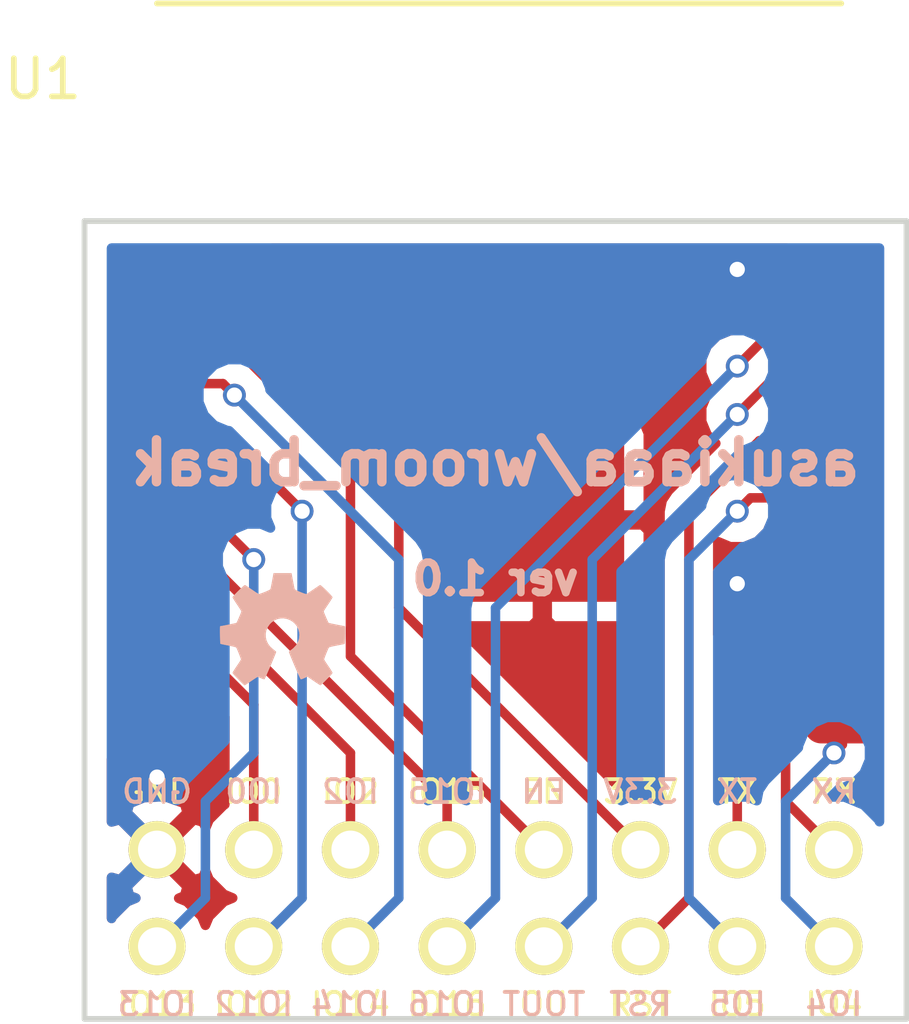
<source format=kicad_pcb>
(kicad_pcb (version 4) (host pcbnew 4.0.2+dfsg1-stable)

  (general
    (links 19)
    (no_connects 0)
    (area 146.609999 104.064999 168.350001 125.170001)
    (thickness 1.6)
    (drawings 38)
    (tracks 77)
    (zones 0)
    (modules 4)
    (nets 17)
  )

  (page A4)
  (layers
    (0 F.Cu signal)
    (31 B.Cu signal hide)
    (32 B.Adhes user)
    (33 F.Adhes user)
    (34 B.Paste user)
    (35 F.Paste user)
    (36 B.SilkS user)
    (37 F.SilkS user)
    (38 B.Mask user)
    (39 F.Mask user)
    (40 Dwgs.User user)
    (41 Cmts.User user)
    (42 Eco1.User user)
    (43 Eco2.User user)
    (44 Edge.Cuts user)
    (45 Margin user)
    (46 B.CrtYd user)
    (47 F.CrtYd user)
    (48 B.Fab user)
    (49 F.Fab user)
  )

  (setup
    (last_trace_width 0.25)
    (trace_clearance 0.2)
    (zone_clearance 0.508)
    (zone_45_only no)
    (trace_min 0.2)
    (segment_width 0.2)
    (edge_width 0.15)
    (via_size 0.6)
    (via_drill 0.4)
    (via_min_size 0.4)
    (via_min_drill 0.3)
    (uvia_size 0.3)
    (uvia_drill 0.1)
    (uvias_allowed no)
    (uvia_min_size 0.2)
    (uvia_min_drill 0.1)
    (pcb_text_width 0.3)
    (pcb_text_size 1.5 1.5)
    (mod_edge_width 0.15)
    (mod_text_size 1 1)
    (mod_text_width 0.15)
    (pad_size 1.524 1.524)
    (pad_drill 0.762)
    (pad_to_mask_clearance 0.2)
    (aux_axis_origin 0 0)
    (visible_elements FFFFFF7F)
    (pcbplotparams
      (layerselection 0x00030_80000001)
      (usegerberextensions false)
      (excludeedgelayer true)
      (linewidth 0.100000)
      (plotframeref false)
      (viasonmask false)
      (mode 1)
      (useauxorigin false)
      (hpglpennumber 1)
      (hpglpenspeed 20)
      (hpglpendiameter 15)
      (hpglpenoverlay 2)
      (psnegative false)
      (psa4output false)
      (plotreference true)
      (plotvalue true)
      (plotinvisibletext false)
      (padsonsilk false)
      (subtractmaskfromsilk false)
      (outputformat 1)
      (mirror false)
      (drillshape 1)
      (scaleselection 1)
      (outputdirectory ""))
  )

  (net 0 "")
  (net 1 "Net-(J1-Pad1)")
  (net 2 "Net-(J1-Pad2)")
  (net 3 "Net-(J1-Pad3)")
  (net 4 "Net-(J1-Pad4)")
  (net 5 "Net-(J1-Pad5)")
  (net 6 "Net-(J1-Pad6)")
  (net 7 "Net-(J2-Pad1)")
  (net 8 "Net-(J2-Pad2)")
  (net 9 "Net-(J2-Pad3)")
  (net 10 "Net-(J2-Pad4)")
  (net 11 "Net-(J2-Pad5)")
  (net 12 "Net-(J2-Pad6)")
  (net 13 "Net-(J1-Pad7)")
  (net 14 GND)
  (net 15 "Net-(J2-Pad7)")
  (net 16 "Net-(J2-Pad8)")

  (net_class Default "This is the default net class."
    (clearance 0.2)
    (trace_width 0.25)
    (via_dia 0.6)
    (via_drill 0.4)
    (uvia_dia 0.3)
    (uvia_drill 0.1)
    (add_net GND)
    (add_net "Net-(J1-Pad1)")
    (add_net "Net-(J1-Pad2)")
    (add_net "Net-(J1-Pad3)")
    (add_net "Net-(J1-Pad4)")
    (add_net "Net-(J1-Pad5)")
    (add_net "Net-(J1-Pad6)")
    (add_net "Net-(J1-Pad7)")
    (add_net "Net-(J2-Pad1)")
    (add_net "Net-(J2-Pad2)")
    (add_net "Net-(J2-Pad3)")
    (add_net "Net-(J2-Pad4)")
    (add_net "Net-(J2-Pad5)")
    (add_net "Net-(J2-Pad6)")
    (add_net "Net-(J2-Pad7)")
    (add_net "Net-(J2-Pad8)")
  )

  (module ESP8266:ESP-13-WROOM-02 (layer F.Cu) (tedit 5839B1DE) (tstamp 5839A5E9)
    (at 148.59 105.41)
    (descr "Module, ESP-8266, ESP-13-WROOM-02, 18 pad, SMD")
    (tags "Module ESP-8266 ESP8266")
    (path /58396523)
    (fp_text reference U1 (at -3 -5) (layer F.SilkS)
      (effects (font (size 1 1) (thickness 0.15)))
    )
    (fp_text value ESP-13-WROOM-02 (at 9 0) (layer F.Fab)
      (effects (font (size 1 1) (thickness 0.15)))
    )
    (fp_line (start 17.9705 -6.985) (end 0 -6.985) (layer F.SilkS) (width 0.1524))
    (fp_line (start 18 -7) (end 0 -1.2) (layer F.CrtYd) (width 0.1524))
    (fp_line (start 0 -7) (end 18 -1.2) (layer F.CrtYd) (width 0.1524))
    (fp_text user "No Copper" (at 9 -4) (layer F.CrtYd)
      (effects (font (size 1 1) (thickness 0.15)))
    )
    (fp_line (start 0 -7) (end 0 -1.2) (layer F.CrtYd) (width 0.1524))
    (fp_line (start 0 -1.2) (end 18 -1.2) (layer F.CrtYd) (width 0.1524))
    (fp_line (start 18 -1.2) (end 18 -7) (layer F.CrtYd) (width 0.1524))
    (fp_line (start 18 -7) (end 0 -7) (layer F.CrtYd) (width 0.1524))
    (fp_line (start 18 -7) (end 18 13) (layer F.Fab) (width 0.05))
    (fp_line (start 0 13) (end 18 13) (layer F.Fab) (width 0.05))
    (fp_line (start 0 13) (end 0 -7) (layer F.Fab) (width 0.05))
    (fp_line (start 0 -7) (end 18 -7) (layer F.Fab) (width 0.05))
    (pad 10 smd oval (at 18 12) (size 2 0.9) (layers F.Cu F.Paste F.Mask)
      (net 7 "Net-(J2-Pad1)"))
    (pad 9 smd oval (at 0 12) (size 2 0.9) (layers F.Cu F.Paste F.Mask)
      (net 14 GND))
    (pad 1 smd rect (at 0 0) (size 2 0.9) (layers F.Cu F.Paste F.Mask)
      (net 3 "Net-(J1-Pad3)"))
    (pad 2 smd oval (at 0 1.5) (size 2 0.9) (layers F.Cu F.Paste F.Mask)
      (net 4 "Net-(J1-Pad4)"))
    (pad 3 smd oval (at 0 3) (size 2 0.9) (layers F.Cu F.Paste F.Mask)
      (net 12 "Net-(J2-Pad6)"))
    (pad 4 smd oval (at 0 4.5) (size 2 0.9) (layers F.Cu F.Paste F.Mask)
      (net 15 "Net-(J2-Pad7)"))
    (pad 5 smd oval (at 0 6) (size 2 0.9) (layers F.Cu F.Paste F.Mask)
      (net 16 "Net-(J2-Pad8)"))
    (pad 6 smd oval (at 0 7.5) (size 2 0.9) (layers F.Cu F.Paste F.Mask)
      (net 5 "Net-(J1-Pad5)"))
    (pad 7 smd oval (at 0 9) (size 2 0.9) (layers F.Cu F.Paste F.Mask)
      (net 6 "Net-(J1-Pad6)"))
    (pad 8 smd oval (at 0 10.5) (size 2 0.9) (layers F.Cu F.Paste F.Mask)
      (net 13 "Net-(J1-Pad7)"))
    (pad 11 smd oval (at 18 10.5) (size 2 0.9) (layers F.Cu F.Paste F.Mask)
      (net 1 "Net-(J1-Pad1)"))
    (pad 12 smd oval (at 18 9) (size 2 0.9) (layers F.Cu F.Paste F.Mask)
      (net 2 "Net-(J1-Pad2)"))
    (pad 13 smd oval (at 18 7.5) (size 2 0.9) (layers F.Cu F.Paste F.Mask)
      (net 14 GND))
    (pad 14 smd oval (at 18 6) (size 2 0.9) (layers F.Cu F.Paste F.Mask)
      (net 8 "Net-(J2-Pad2)"))
    (pad 15 smd oval (at 18 4.5) (size 2 0.9) (layers F.Cu F.Paste F.Mask)
      (net 9 "Net-(J2-Pad3)"))
    (pad 16 smd oval (at 18 3) (size 2 0.9) (layers F.Cu F.Paste F.Mask)
      (net 10 "Net-(J2-Pad4)"))
    (pad 17 smd oval (at 18 1.5) (size 2 0.9) (layers F.Cu F.Paste F.Mask)
      (net 11 "Net-(J2-Pad5)"))
    (pad 18 smd oval (at 18 0) (size 2 0.9) (layers F.Cu F.Paste F.Mask)
      (net 14 GND))
    (pad PAD smd rect (at 10.12 6.58) (size 4.3 4.3) (layers F.Cu F.Paste F.Mask)
      (net 14 GND))
    (model ${ESPLIB}/ESP8266.3dshapes/ESP-13-wroom-02.wrl
      (at (xyz 0 0 0))
      (scale (xyz 0.3937 0.3937 0.3937))
      (rotate (xyz 0 0 0))
    )
  )

  (module simple_headers:Pin_Header_Straight_1x08_small (layer F.Cu) (tedit 5839A522) (tstamp 5839A5C6)
    (at 166.37 120.65 270)
    (descr "Through hole pin header")
    (tags "pin header")
    (path /58399F78)
    (fp_text reference J1 (at 0 -5.1 270) (layer F.SilkS) hide
      (effects (font (size 1 1) (thickness 0.15)))
    )
    (fp_text value HEADER_8 (at 0 -3.1 270) (layer F.Fab) hide
      (effects (font (size 1 1) (thickness 0.15)))
    )
    (pad 1 thru_hole circle (at 0 0 270) (size 1.5 1.5) (drill 1) (layers *.Cu *.Mask F.SilkS)
      (net 1 "Net-(J1-Pad1)"))
    (pad 2 thru_hole circle (at 0 2.54 270) (size 1.5 1.5) (drill 1) (layers *.Cu *.Mask F.SilkS)
      (net 2 "Net-(J1-Pad2)"))
    (pad 3 thru_hole circle (at 0 5.08 270) (size 1.5 1.5) (drill 1) (layers *.Cu *.Mask F.SilkS)
      (net 3 "Net-(J1-Pad3)"))
    (pad 4 thru_hole circle (at 0 7.62 270) (size 1.5 1.5) (drill 1) (layers *.Cu *.Mask F.SilkS)
      (net 4 "Net-(J1-Pad4)"))
    (pad 5 thru_hole circle (at 0 10.16 270) (size 1.5 1.5) (drill 1) (layers *.Cu *.Mask F.SilkS)
      (net 5 "Net-(J1-Pad5)"))
    (pad 6 thru_hole circle (at 0 12.7 270) (size 1.5 1.5) (drill 1) (layers *.Cu *.Mask F.SilkS)
      (net 6 "Net-(J1-Pad6)"))
    (pad 7 thru_hole circle (at 0 15.24 270) (size 1.5 1.5) (drill 1) (layers *.Cu *.Mask F.SilkS)
      (net 13 "Net-(J1-Pad7)"))
    (pad 8 thru_hole circle (at 0 17.78 270) (size 1.5 1.5) (drill 1) (layers *.Cu *.Mask F.SilkS)
      (net 14 GND))
    (model Pin_Headers.3dshapes/Pin_Header_Straight_1x08.wrl
      (at (xyz 0 -0.35 0))
      (scale (xyz 1 1 1))
      (rotate (xyz 0 0 90))
    )
  )

  (module simple_headers:Pin_Header_Straight_1x08_small (layer F.Cu) (tedit 5839A522) (tstamp 5839A5D2)
    (at 166.37 123.19 270)
    (descr "Through hole pin header")
    (tags "pin header")
    (path /58399FB2)
    (fp_text reference J2 (at 0 -5.1 270) (layer F.SilkS) hide
      (effects (font (size 1 1) (thickness 0.15)))
    )
    (fp_text value HEADER_8 (at 0 -3.1 270) (layer F.Fab) hide
      (effects (font (size 1 1) (thickness 0.15)))
    )
    (pad 1 thru_hole circle (at 0 0 270) (size 1.5 1.5) (drill 1) (layers *.Cu *.Mask F.SilkS)
      (net 7 "Net-(J2-Pad1)"))
    (pad 2 thru_hole circle (at 0 2.54 270) (size 1.5 1.5) (drill 1) (layers *.Cu *.Mask F.SilkS)
      (net 8 "Net-(J2-Pad2)"))
    (pad 3 thru_hole circle (at 0 5.08 270) (size 1.5 1.5) (drill 1) (layers *.Cu *.Mask F.SilkS)
      (net 9 "Net-(J2-Pad3)"))
    (pad 4 thru_hole circle (at 0 7.62 270) (size 1.5 1.5) (drill 1) (layers *.Cu *.Mask F.SilkS)
      (net 10 "Net-(J2-Pad4)"))
    (pad 5 thru_hole circle (at 0 10.16 270) (size 1.5 1.5) (drill 1) (layers *.Cu *.Mask F.SilkS)
      (net 11 "Net-(J2-Pad5)"))
    (pad 6 thru_hole circle (at 0 12.7 270) (size 1.5 1.5) (drill 1) (layers *.Cu *.Mask F.SilkS)
      (net 12 "Net-(J2-Pad6)"))
    (pad 7 thru_hole circle (at 0 15.24 270) (size 1.5 1.5) (drill 1) (layers *.Cu *.Mask F.SilkS)
      (net 15 "Net-(J2-Pad7)"))
    (pad 8 thru_hole circle (at 0 17.78 270) (size 1.5 1.5) (drill 1) (layers *.Cu *.Mask F.SilkS)
      (net 16 "Net-(J2-Pad8)"))
    (model Pin_Headers.3dshapes/Pin_Header_Straight_1x08.wrl
      (at (xyz 0 -0.35 0))
      (scale (xyz 1 1 1))
      (rotate (xyz 0 0 90))
    )
  )

  (module oshw-logo:oshw-3p4mm (layer B.Cu) (tedit 0) (tstamp 586BA47A)
    (at 151.892 114.8715 180)
    (fp_text reference G*** (at 0 0 180) (layer B.SilkS) hide
      (effects (font (thickness 0.3)) (justify mirror))
    )
    (fp_text value LOGO (at 0.75 0 180) (layer B.SilkS) hide
      (effects (font (thickness 0.3)) (justify mirror))
    )
    (fp_poly (pts (xy 0.275625 1.278283) (xy 0.28777 1.213229) (xy 0.299235 1.154924) (xy 0.309227 1.107164)
      (xy 0.316955 1.073748) (xy 0.321479 1.058739) (xy 0.334974 1.047928) (xy 0.364634 1.031911)
      (xy 0.405827 1.012571) (xy 0.453918 0.991794) (xy 0.504273 0.971462) (xy 0.552259 0.953459)
      (xy 0.593242 0.939671) (xy 0.622588 0.931979) (xy 0.634528 0.931465) (xy 0.648514 0.939502)
      (xy 0.677391 0.957992) (xy 0.717907 0.984788) (xy 0.766812 1.017745) (xy 0.814003 1.049997)
      (xy 0.867479 1.086534) (xy 0.915302 1.118756) (xy 0.954253 1.144529) (xy 0.981112 1.161719)
      (xy 0.992188 1.168053) (xy 1.004331 1.162411) (xy 1.028606 1.143465) (xy 1.062105 1.11409)
      (xy 1.101921 1.077157) (xy 1.145148 1.03554) (xy 1.188877 0.992112) (xy 1.230202 0.949745)
      (xy 1.266215 0.911314) (xy 1.294009 0.87969) (xy 1.310678 0.857747) (xy 1.314174 0.849856)
      (xy 1.30818 0.835579) (xy 1.291517 0.806387) (xy 1.266162 0.76547) (xy 1.23409 0.716022)
      (xy 1.198218 0.662609) (xy 1.161555 0.608182) (xy 1.12966 0.559476) (xy 1.104502 0.519609)
      (xy 1.088047 0.491696) (xy 1.082261 0.478927) (xy 1.086511 0.463964) (xy 1.097947 0.433512)
      (xy 1.114592 0.392184) (xy 1.134475 0.344589) (xy 1.155619 0.295339) (xy 1.176053 0.249044)
      (xy 1.1938 0.210315) (xy 1.206888 0.183762) (xy 1.212629 0.174432) (xy 1.224679 0.170659)
      (xy 1.254359 0.163635) (xy 1.297591 0.154178) (xy 1.350297 0.143108) (xy 1.408397 0.131244)
      (xy 1.467815 0.119404) (xy 1.524471 0.108407) (xy 1.574288 0.099072) (xy 1.613185 0.092218)
      (xy 1.637087 0.088664) (xy 1.641401 0.088348) (xy 1.643715 0.077972) (xy 1.645264 0.049478)
      (xy 1.64611 0.006822) (xy 1.646312 -0.046041) (xy 1.64593 -0.105158) (xy 1.645023 -0.166573)
      (xy 1.643652 -0.226331) (xy 1.641875 -0.280478) (xy 1.639753 -0.325059) (xy 1.637345 -0.35612)
      (xy 1.634712 -0.369706) (xy 1.63448 -0.369929) (xy 1.620515 -0.374079) (xy 1.588527 -0.381411)
      (xy 1.542222 -0.391144) (xy 1.485306 -0.402495) (xy 1.429355 -0.413208) (xy 1.364876 -0.426013)
      (xy 1.308077 -0.438601) (xy 1.26264 -0.450055) (xy 1.232244 -0.459459) (xy 1.221087 -0.46504)
      (xy 1.212051 -0.480596) (xy 1.197318 -0.512066) (xy 1.178783 -0.554756) (xy 1.158336 -0.603971)
      (xy 1.137872 -0.655013) (xy 1.119282 -0.703188) (xy 1.104459 -0.743801) (xy 1.095296 -0.772154)
      (xy 1.093263 -0.782171) (xy 1.099295 -0.795653) (xy 1.116001 -0.823962) (xy 1.141335 -0.863866)
      (xy 1.173256 -0.912133) (xy 1.203739 -0.956883) (xy 1.239683 -1.010002) (xy 1.270735 -1.057845)
      (xy 1.29484 -1.097085) (xy 1.309945 -1.124397) (xy 1.314174 -1.135643) (xy 1.306729 -1.14804)
      (xy 1.286335 -1.172761) (xy 1.2559 -1.206816) (xy 1.218336 -1.247211) (xy 1.176551 -1.290955)
      (xy 1.133455 -1.335056) (xy 1.091959 -1.376522) (xy 1.054972 -1.41236) (xy 1.025403 -1.439578)
      (xy 1.006163 -1.455185) (xy 1.000935 -1.457739) (xy 0.989182 -1.451779) (xy 0.962489 -1.435276)
      (xy 0.924049 -1.410296) (xy 0.877055 -1.378906) (xy 0.838293 -1.35252) (xy 0.786184 -1.317082)
      (xy 0.739484 -1.285899) (xy 0.701621 -1.261216) (xy 0.676023 -1.245275) (xy 0.66714 -1.240483)
      (xy 0.648945 -1.241741) (xy 0.617469 -1.251497) (xy 0.578887 -1.26779) (xy 0.574261 -1.27)
      (xy 0.536074 -1.286809) (xy 0.504354 -1.297758) (xy 0.485199 -1.300793) (xy 0.483815 -1.30045)
      (xy 0.47719 -1.289714) (xy 0.463348 -1.261404) (xy 0.443505 -1.218358) (xy 0.418877 -1.163415)
      (xy 0.390678 -1.099416) (xy 0.360126 -1.029199) (xy 0.328435 -0.955604) (xy 0.296821 -0.881469)
      (xy 0.2665 -0.809635) (xy 0.238687 -0.74294) (xy 0.214598 -0.684224) (xy 0.195449 -0.636325)
      (xy 0.182455 -0.602084) (xy 0.176831 -0.584339) (xy 0.176696 -0.583135) (xy 0.184969 -0.57395)
      (xy 0.20706 -0.555233) (xy 0.238877 -0.53038) (xy 0.253573 -0.51936) (xy 0.330537 -0.450235)
      (xy 0.389124 -0.372168) (xy 0.429154 -0.287651) (xy 0.450447 -0.199175) (xy 0.452823 -0.109232)
      (xy 0.436104 -0.020313) (xy 0.400108 0.065091) (xy 0.344658 0.144487) (xy 0.304421 0.185968)
      (xy 0.22826 0.242614) (xy 0.146448 0.279805) (xy 0.061448 0.298628) (xy -0.024274 0.300171)
      (xy -0.108256 0.285522) (xy -0.188033 0.255767) (xy -0.261141 0.211994) (xy -0.325116 0.15529)
      (xy -0.377494 0.086743) (xy -0.415811 0.007439) (xy -0.437602 -0.081534) (xy -0.441739 -0.143289)
      (xy -0.431299 -0.242212) (xy -0.400193 -0.333644) (xy -0.348741 -0.416983) (xy -0.277263 -0.491624)
      (xy -0.242529 -0.51936) (xy -0.207941 -0.545731) (xy -0.181424 -0.567338) (xy -0.167071 -0.580786)
      (xy -0.165652 -0.583135) (xy -0.169854 -0.597753) (xy -0.181647 -0.629358) (xy -0.199817 -0.675111)
      (xy -0.223145 -0.732172) (xy -0.250415 -0.797702) (xy -0.280411 -0.868862) (xy -0.311915 -0.942812)
      (xy -0.343712 -1.016714) (xy -0.374584 -1.087727) (xy -0.403315 -1.153012) (xy -0.428689 -1.209731)
      (xy -0.449487 -1.255043) (xy -0.464495 -1.286109) (xy -0.472495 -1.300091) (xy -0.473076 -1.300567)
      (xy -0.489823 -1.298762) (xy -0.520157 -1.288581) (xy -0.558196 -1.27208) (xy -0.56738 -1.267625)
      (xy -0.646043 -1.228681) (xy -0.813446 -1.34321) (xy -0.867123 -1.379597) (xy -0.914703 -1.411215)
      (xy -0.953142 -1.436092) (xy -0.979391 -1.452254) (xy -0.99029 -1.457739) (xy -1.000664 -1.450268)
      (xy -1.023989 -1.429454) (xy -1.057724 -1.397694) (xy -1.099326 -1.357387) (xy -1.146253 -1.31093)
      (xy -1.15143 -1.305748) (xy -1.198454 -1.257723) (xy -1.239547 -1.214016) (xy -1.272291 -1.17734)
      (xy -1.294271 -1.150412) (xy -1.303068 -1.135945) (xy -1.30313 -1.135352) (xy -1.297091 -1.120609)
      (xy -1.280342 -1.09116) (xy -1.254938 -1.050322) (xy -1.222933 -1.001415) (xy -1.192695 -0.956883)
      (xy -1.156814 -0.904082) (xy -1.125798 -0.856922) (xy -1.101691 -0.818635) (xy -1.086536 -0.792454)
      (xy -1.08222 -0.782171) (xy -1.086318 -0.765138) (xy -1.097396 -0.732573) (xy -1.11356 -0.689173)
      (xy -1.132918 -0.639633) (xy -1.153577 -0.588649) (xy -1.173644 -0.540916) (xy -1.191227 -0.50113)
      (xy -1.204434 -0.473986) (xy -1.210043 -0.46504) (xy -1.225203 -0.458026) (xy -1.258452 -0.448203)
      (xy -1.306109 -0.436488) (xy -1.364493 -0.423798) (xy -1.418311 -0.413208) (xy -1.481503 -0.401079)
      (xy -1.537345 -0.389879) (xy -1.582134 -0.380393) (xy -1.612162 -0.3734) (xy -1.623436 -0.369929)
      (xy -1.626086 -0.358011) (xy -1.628515 -0.328282) (xy -1.630663 -0.284696) (xy -1.632472 -0.231209)
      (xy -1.63388 -0.171774) (xy -1.634829 -0.110346) (xy -1.635258 -0.050881) (xy -1.635108 0.002668)
      (xy -1.634319 0.046346) (xy -1.632831 0.076198) (xy -1.630585 0.088269) (xy -1.630358 0.088348)
      (xy -1.613257 0.090427) (xy -1.579603 0.096118) (xy -1.533473 0.104603) (xy -1.478947 0.115062)
      (xy -1.420102 0.126677) (xy -1.361017 0.138628) (xy -1.305771 0.150098) (xy -1.258441 0.160267)
      (xy -1.223106 0.168317) (xy -1.203845 0.173428) (xy -1.201585 0.174432) (xy -1.193564 0.18813)
      (xy -1.179327 0.217641) (xy -1.160847 0.258354) (xy -1.140099 0.305658) (xy -1.119056 0.354943)
      (xy -1.099694 0.401597) (xy -1.083985 0.441011) (xy -1.073904 0.468573) (xy -1.071217 0.478927)
      (xy -1.077192 0.492041) (xy -1.093806 0.520175) (xy -1.11909 0.560212) (xy -1.151079 0.609037)
      (xy -1.187174 0.662609) (xy -1.223892 0.717304) (xy -1.255824 0.766582) (xy -1.280991 0.807251)
      (xy -1.297418 0.836118) (xy -1.30313 0.849856) (xy -1.295617 0.863639) (xy -1.275015 0.889042)
      (xy -1.244231 0.923192) (xy -1.206174 0.963217) (xy -1.163749 1.006244) (xy -1.119864 1.049398)
      (xy -1.077427 1.089809) (xy -1.039344 1.124601) (xy -1.008523 1.150903) (xy -0.987871 1.165842)
      (xy -0.981144 1.168053) (xy -0.967591 1.16018) (xy -0.939111 1.141848) (xy -0.898926 1.115189)
      (xy -0.850255 1.082337) (xy -0.80296 1.049997) (xy -0.749375 1.013408) (xy -0.701332 0.981097)
      (xy -0.662079 0.955211) (xy -0.634868 0.937898) (xy -0.623484 0.931465) (xy -0.606679 0.932972)
      (xy -0.574558 0.942073) (xy -0.531754 0.956884) (xy -0.482901 0.97552) (xy -0.432633 0.996098)
      (xy -0.385584 1.016733) (xy -0.346387 1.035543) (xy -0.319677 1.050642) (xy -0.310435 1.058739)
      (xy -0.3056 1.074982) (xy -0.297744 1.109182) (xy -0.287662 1.157542) (xy -0.276145 1.216263)
      (xy -0.264581 1.278283) (xy -0.227912 1.479826) (xy 0.238956 1.479826) (xy 0.275625 1.278283)) (layer B.SilkS) (width 0.01))
  )

  (gr_text "ver 1.0\n" (at 157.48 113.538) (layer B.SilkS)
    (effects (font (size 0.8 0.8) (thickness 0.2)) (justify mirror))
  )
  (gr_text asukiaaa/wroom_break (at 157.48 110.49) (layer B.SilkS)
    (effects (font (size 1.1 1.1) (thickness 0.25)) (justify mirror))
  )
  (gr_text IO13 (at 148.59 124.714) (layer B.SilkS)
    (effects (font (size 0.6 0.6) (thickness 0.1)) (justify mirror))
  )
  (gr_text IO12 (at 151.13 124.714) (layer B.SilkS)
    (effects (font (size 0.6 0.6) (thickness 0.1)) (justify mirror))
  )
  (gr_text IO14 (at 153.67 124.714) (layer B.SilkS)
    (effects (font (size 0.6 0.6) (thickness 0.1)) (justify mirror))
  )
  (gr_text IO16 (at 156.21 124.714) (layer B.SilkS)
    (effects (font (size 0.6 0.6) (thickness 0.1)) (justify mirror))
  )
  (gr_text TOUT (at 158.75 124.714) (layer B.SilkS)
    (effects (font (size 0.6 0.6) (thickness 0.1)) (justify mirror))
  )
  (gr_text RST (at 161.29 124.714) (layer B.SilkS)
    (effects (font (size 0.6 0.6) (thickness 0.1)) (justify mirror))
  )
  (gr_text IO5 (at 163.83 124.714) (layer B.SilkS)
    (effects (font (size 0.6 0.6) (thickness 0.1)) (justify mirror))
  )
  (gr_text IO4 (at 166.37 124.714) (layer B.SilkS)
    (effects (font (size 0.6 0.6) (thickness 0.1)) (justify mirror))
  )
  (gr_text RX (at 166.37 119.126) (layer B.SilkS)
    (effects (font (size 0.6 0.6) (thickness 0.1)) (justify mirror))
  )
  (gr_text TX (at 163.83 119.126) (layer B.SilkS)
    (effects (font (size 0.6 0.6) (thickness 0.1)) (justify mirror))
  )
  (gr_text 3.3V (at 161.29 119.126) (layer B.SilkS)
    (effects (font (size 0.6 0.6) (thickness 0.1)) (justify mirror))
  )
  (gr_text EN (at 158.75 119.126) (layer B.SilkS)
    (effects (font (size 0.6 0.6) (thickness 0.1)) (justify mirror))
  )
  (gr_text IO15 (at 156.21 119.126) (layer B.SilkS)
    (effects (font (size 0.6 0.6) (thickness 0.1)) (justify mirror))
  )
  (gr_text IO2 (at 153.67 119.126) (layer B.SilkS)
    (effects (font (size 0.6 0.6) (thickness 0.1)) (justify mirror))
  )
  (gr_text IO0 (at 151.13 119.126) (layer B.SilkS)
    (effects (font (size 0.6 0.6) (thickness 0.1)) (justify mirror))
  )
  (gr_text GND (at 148.59 119.126) (layer F.SilkS)
    (effects (font (size 0.6 0.6) (thickness 0.1)))
  )
  (gr_text IO4 (at 166.37 124.714) (layer F.SilkS)
    (effects (font (size 0.6 0.6) (thickness 0.1)))
  )
  (gr_text RST (at 161.29 124.714) (layer F.SilkS)
    (effects (font (size 0.6 0.6) (thickness 0.1)))
  )
  (gr_text TOUT (at 158.75 124.714) (layer F.SilkS)
    (effects (font (size 0.6 0.6) (thickness 0.1)))
  )
  (gr_text IO5 (at 163.83 124.714) (layer F.SilkS)
    (effects (font (size 0.6 0.6) (thickness 0.1)))
  )
  (gr_text IO16 (at 156.21 124.714) (layer F.SilkS)
    (effects (font (size 0.6 0.6) (thickness 0.1)))
  )
  (gr_text IO14 (at 153.67 124.714) (layer F.SilkS)
    (effects (font (size 0.6 0.6) (thickness 0.1)))
  )
  (gr_text IO12 (at 151.13 124.714) (layer F.SilkS)
    (effects (font (size 0.6 0.6) (thickness 0.1)))
  )
  (gr_text IO13 (at 148.59 124.714) (layer F.SilkS)
    (effects (font (size 0.6 0.6) (thickness 0.1)))
  )
  (gr_text RX (at 166.37 119.126) (layer F.SilkS)
    (effects (font (size 0.6 0.6) (thickness 0.1)))
  )
  (gr_text TX (at 163.83 119.126) (layer F.SilkS)
    (effects (font (size 0.6 0.6) (thickness 0.1)))
  )
  (gr_text 3.3V (at 161.29 119.126) (layer F.SilkS)
    (effects (font (size 0.6 0.6) (thickness 0.1)))
  )
  (gr_text EN (at 158.75 119.126) (layer F.SilkS)
    (effects (font (size 0.6 0.6) (thickness 0.1)))
  )
  (gr_text IO15 (at 156.21 119.126) (layer F.SilkS)
    (effects (font (size 0.6 0.6) (thickness 0.1)))
  )
  (gr_text IO2 (at 153.67 119.126) (layer F.SilkS)
    (effects (font (size 0.6 0.6) (thickness 0.1)))
  )
  (gr_text IO0 (at 151.13 119.126) (layer F.SilkS)
    (effects (font (size 0.6 0.6) (thickness 0.1)))
  )
  (gr_text GND (at 148.59 119.126) (layer B.SilkS)
    (effects (font (size 0.6 0.6) (thickness 0.1)) (justify mirror))
  )
  (gr_line (start 168.275 104.14) (end 146.685 104.14) (angle 90) (layer Edge.Cuts) (width 0.15))
  (gr_line (start 168.275 125.095) (end 168.275 104.14) (angle 90) (layer Edge.Cuts) (width 0.15))
  (gr_line (start 146.685 125.095) (end 168.275 125.095) (angle 90) (layer Edge.Cuts) (width 0.15))
  (gr_line (start 146.685 104.14) (end 146.685 125.095) (angle 90) (layer Edge.Cuts) (width 0.15))

  (segment (start 165.1 119.38) (end 166.37 120.65) (width 0.25) (layer F.Cu) (net 1) (tstamp 5839A644))
  (segment (start 165.1 116.84) (end 165.1 119.38) (width 0.25) (layer F.Cu) (net 1) (tstamp 5839A642))
  (segment (start 166.03 115.91) (end 165.1 116.84) (width 0.25) (layer F.Cu) (net 1) (tstamp 5839A641))
  (segment (start 166.59 115.91) (end 166.03 115.91) (width 0.25) (layer F.Cu) (net 1))
  (segment (start 166.59 114.41) (end 164.99 114.41) (width 0.25) (layer F.Cu) (net 2))
  (segment (start 163.83 115.57) (end 163.83 120.65) (width 0.25) (layer F.Cu) (net 2) (tstamp 5839A63E))
  (segment (start 164.99 114.41) (end 163.83 115.57) (width 0.25) (layer F.Cu) (net 2) (tstamp 5839A63D))
  (segment (start 148.59 105.41) (end 151.13 105.41) (width 0.25) (layer F.Cu) (net 3))
  (segment (start 154.94 114.3) (end 161.29 120.65) (width 0.25) (layer F.Cu) (net 3) (tstamp 5839A61D))
  (segment (start 154.94 109.22) (end 154.94 114.3) (width 0.25) (layer F.Cu) (net 3) (tstamp 5839A61B))
  (segment (start 151.13 105.41) (end 154.94 109.22) (width 0.25) (layer F.Cu) (net 3) (tstamp 5839A619))
  (segment (start 148.59 106.91) (end 150.09 106.91) (width 0.25) (layer F.Cu) (net 4))
  (segment (start 153.67 115.57) (end 158.75 120.65) (width 0.25) (layer F.Cu) (net 4) (tstamp 5839A625))
  (segment (start 153.67 110.49) (end 153.67 115.57) (width 0.25) (layer F.Cu) (net 4) (tstamp 5839A623))
  (segment (start 150.09 106.91) (end 153.67 110.49) (width 0.25) (layer F.Cu) (net 4) (tstamp 5839A621))
  (segment (start 148.59 112.91) (end 149.74 112.91) (width 0.25) (layer F.Cu) (net 5))
  (segment (start 156.21 119.38) (end 156.21 120.65) (width 0.25) (layer F.Cu) (net 5) (tstamp 5839A62F))
  (segment (start 149.74 112.91) (end 156.21 119.38) (width 0.25) (layer F.Cu) (net 5) (tstamp 5839A62E))
  (segment (start 148.59 114.41) (end 149.97 114.41) (width 0.25) (layer F.Cu) (net 6))
  (segment (start 153.67 118.11) (end 153.67 120.65) (width 0.25) (layer F.Cu) (net 6) (tstamp 5839A635))
  (segment (start 149.97 114.41) (end 153.67 118.11) (width 0.25) (layer F.Cu) (net 6) (tstamp 5839A633))
  (segment (start 166.59 117.41) (end 166.59 117.89) (width 0.25) (layer F.Cu) (net 7))
  (segment (start 165.1 121.92) (end 166.37 123.19) (width 0.25) (layer B.Cu) (net 7) (tstamp 5839A7C1))
  (segment (start 165.1 119.38) (end 165.1 121.92) (width 0.25) (layer B.Cu) (net 7) (tstamp 5839A7C0))
  (segment (start 166.37 118.11) (end 165.1 119.38) (width 0.25) (layer B.Cu) (net 7) (tstamp 5839A7BF))
  (via (at 166.37 118.11) (size 0.6) (drill 0.4) (layers F.Cu B.Cu) (net 7))
  (segment (start 166.59 117.89) (end 166.37 118.11) (width 0.25) (layer F.Cu) (net 7) (tstamp 5839A7BC))
  (segment (start 162.56 113.03) (end 162.56 121.92) (width 0.25) (layer B.Cu) (net 8) (tstamp 5839A760))
  (segment (start 166.59 111.41) (end 164.18 111.41) (width 0.25) (layer F.Cu) (net 8))
  (segment (start 162.56 121.92) (end 163.83 123.19) (width 0.25) (layer B.Cu) (net 8) (tstamp 5839A761))
  (segment (start 163.83 111.76) (end 162.56 113.03) (width 0.25) (layer B.Cu) (net 8) (tstamp 5839A75F))
  (via (at 163.83 111.76) (size 0.6) (drill 0.4) (layers F.Cu B.Cu) (net 8))
  (segment (start 164.18 111.41) (end 163.83 111.76) (width 0.25) (layer F.Cu) (net 8) (tstamp 5839A75C))
  (segment (start 166.59 109.91) (end 164.41 109.91) (width 0.25) (layer F.Cu) (net 9))
  (segment (start 162.56 121.92) (end 161.29 123.19) (width 0.25) (layer F.Cu) (net 9) (tstamp 5839A755))
  (segment (start 162.56 111.76) (end 162.56 121.92) (width 0.25) (layer F.Cu) (net 9) (tstamp 5839A753))
  (segment (start 164.41 109.91) (end 162.56 111.76) (width 0.25) (layer F.Cu) (net 9) (tstamp 5839A749))
  (segment (start 160.02 113.03) (end 160.02 121.92) (width 0.25) (layer B.Cu) (net 10) (tstamp 5839A73C))
  (segment (start 166.59 108.41) (end 164.64 108.41) (width 0.25) (layer F.Cu) (net 10))
  (segment (start 160.02 121.92) (end 158.75 123.19) (width 0.25) (layer B.Cu) (net 10) (tstamp 5839A73E))
  (segment (start 163.83 109.22) (end 160.02 113.03) (width 0.25) (layer B.Cu) (net 10) (tstamp 5839A73B))
  (via (at 163.83 109.22) (size 0.6) (drill 0.4) (layers F.Cu B.Cu) (net 10))
  (segment (start 164.64 108.41) (end 163.83 109.22) (width 0.25) (layer F.Cu) (net 10) (tstamp 5839A737))
  (segment (start 157.48 114.3) (end 157.48 121.92) (width 0.25) (layer B.Cu) (net 11) (tstamp 5839A72E))
  (segment (start 166.59 106.91) (end 164.87 106.91) (width 0.25) (layer F.Cu) (net 11))
  (segment (start 157.48 121.92) (end 156.21 123.19) (width 0.25) (layer B.Cu) (net 11) (tstamp 5839A730))
  (segment (start 163.83 107.95) (end 157.48 114.3) (width 0.25) (layer B.Cu) (net 11) (tstamp 5839A72D))
  (via (at 163.83 107.95) (size 0.6) (drill 0.4) (layers F.Cu B.Cu) (net 11))
  (segment (start 164.87 106.91) (end 163.83 107.95) (width 0.25) (layer F.Cu) (net 11) (tstamp 5839A728))
  (segment (start 154.94 113.03) (end 154.94 121.92) (width 0.25) (layer B.Cu) (net 12) (tstamp 5839A7E2))
  (segment (start 148.59 108.41) (end 150.32 108.41) (width 0.25) (layer F.Cu) (net 12))
  (segment (start 154.94 121.92) (end 153.67 123.19) (width 0.25) (layer B.Cu) (net 12) (tstamp 5839A7E3))
  (segment (start 150.622 108.712) (end 154.94 113.03) (width 0.25) (layer B.Cu) (net 12) (tstamp 5839A7E1))
  (via (at 150.622 108.712) (size 0.6) (drill 0.4) (layers F.Cu B.Cu) (net 12))
  (segment (start 150.32 108.41) (end 150.622 108.712) (width 0.25) (layer F.Cu) (net 12) (tstamp 5839A7D8))
  (segment (start 148.59 115.91) (end 150.2 115.91) (width 0.25) (layer F.Cu) (net 13))
  (segment (start 151.13 116.84) (end 151.13 120.65) (width 0.25) (layer F.Cu) (net 13) (tstamp 5839A63A))
  (segment (start 150.2 115.91) (end 151.13 116.84) (width 0.25) (layer F.Cu) (net 13) (tstamp 5839A639))
  (segment (start 148.59 117.41) (end 148.59 118.745) (width 0.25) (layer F.Cu) (net 14))
  (via (at 148.59 118.745) (size 0.6) (drill 0.4) (layers F.Cu B.Cu) (net 14))
  (segment (start 166.59 105.41) (end 163.83 105.41) (width 0.25) (layer F.Cu) (net 14))
  (via (at 163.83 105.41) (size 0.6) (drill 0.4) (layers F.Cu B.Cu) (net 14))
  (segment (start 166.59 112.91) (end 164.585 112.91) (width 0.25) (layer F.Cu) (net 14))
  (via (at 163.83 113.665) (size 0.6) (drill 0.4) (layers F.Cu B.Cu) (net 14))
  (segment (start 164.585 112.91) (end 163.83 113.665) (width 0.25) (layer F.Cu) (net 14) (tstamp 5839A971))
  (segment (start 148.59 109.91) (end 150.55 109.91) (width 0.25) (layer F.Cu) (net 15))
  (segment (start 152.4 121.92) (end 151.13 123.19) (width 0.25) (layer B.Cu) (net 15) (tstamp 5839A7F6))
  (segment (start 152.4 111.76) (end 152.4 121.92) (width 0.25) (layer B.Cu) (net 15) (tstamp 5839A7F5))
  (via (at 152.4 111.76) (size 0.6) (drill 0.4) (layers F.Cu B.Cu) (net 15))
  (segment (start 150.55 109.91) (end 152.4 111.76) (width 0.25) (layer F.Cu) (net 15) (tstamp 5839A7EF))
  (segment (start 151.13 118.11) (end 149.86 119.38) (width 0.25) (layer B.Cu) (net 16) (tstamp 5839A814))
  (segment (start 149.86 119.38) (end 149.86 121.92) (width 0.25) (layer B.Cu) (net 16) (tstamp 5839A816))
  (segment (start 148.59 111.41) (end 149.51 111.41) (width 0.25) (layer F.Cu) (net 16))
  (segment (start 149.51 111.41) (end 151.13 113.03) (width 0.25) (layer F.Cu) (net 16) (tstamp 5839A805))
  (via (at 151.13 113.03) (size 0.6) (drill 0.4) (layers F.Cu B.Cu) (net 16))
  (segment (start 151.13 113.03) (end 151.13 118.11) (width 0.25) (layer B.Cu) (net 16) (tstamp 5839A813))
  (segment (start 149.86 121.92) (end 148.59 123.19) (width 0.25) (layer B.Cu) (net 16) (tstamp 5839A817))

  (zone (net 14) (net_name GND) (layer F.Cu) (tstamp 5839A885) (hatch edge 0.508)
    (connect_pads (clearance 0.508))
    (min_thickness 0.254)
    (fill yes (arc_segments 16) (thermal_gap 0.508) (thermal_bridge_width 0.508))
    (polygon
      (pts
        (xy 168.275 125.095) (xy 146.685 125.095) (xy 146.685 104.14) (xy 168.275 104.14) (xy 168.275 125.095)
      )
    )
    (filled_polygon
      (pts
        (xy 150.37 117.154802) (xy 150.37 119.465453) (xy 150.346485 119.475169) (xy 149.956539 119.864436) (xy 149.866623 120.080979)
        (xy 149.80246 119.926077) (xy 149.561517 119.858088) (xy 148.769605 120.65) (xy 149.561517 121.441912) (xy 149.80246 121.373923)
        (xy 149.861732 121.207379) (xy 149.955169 121.433515) (xy 150.344436 121.823461) (xy 150.57687 121.919976) (xy 150.346485 122.015169)
        (xy 149.956539 122.404436) (xy 149.860024 122.63687) (xy 149.764831 122.406485) (xy 149.375564 122.016539) (xy 149.159021 121.926623)
        (xy 149.313923 121.86246) (xy 149.381912 121.621517) (xy 148.59 120.829605) (xy 147.798088 121.621517) (xy 147.866077 121.86246)
        (xy 148.032621 121.921732) (xy 147.806485 122.015169) (xy 147.416539 122.404436) (xy 147.395 122.456308) (xy 147.395 121.37885)
        (xy 147.618483 121.441912) (xy 148.410395 120.65) (xy 147.618483 119.858088) (xy 147.395 119.92115) (xy 147.395 119.678483)
        (xy 147.798088 119.678483) (xy 148.59 120.470395) (xy 149.381912 119.678483) (xy 149.313923 119.43754) (xy 148.794829 119.252799)
        (xy 148.244552 119.28077) (xy 147.866077 119.43754) (xy 147.798088 119.678483) (xy 147.395 119.678483) (xy 147.395 118.268012)
        (xy 147.507456 118.363808) (xy 147.913 118.495) (xy 148.463 118.495) (xy 148.463 117.537) (xy 148.717 117.537)
        (xy 148.717 118.495) (xy 149.267 118.495) (xy 149.672544 118.363808) (xy 149.997013 118.087408) (xy 150.184408 117.704001)
        (xy 150.057502 117.537) (xy 148.717 117.537) (xy 148.463 117.537) (xy 148.443 117.537) (xy 148.443 117.283)
        (xy 148.463 117.283) (xy 148.463 117.263) (xy 148.717 117.263) (xy 148.717 117.283) (xy 150.057502 117.283)
        (xy 150.184408 117.115999) (xy 150.044072 116.828874)
      )
    )
    (filled_polygon
      (pts
        (xy 164.995592 105.115999) (xy 165.122498 105.283) (xy 166.463 105.283) (xy 166.463 105.263) (xy 166.717 105.263)
        (xy 166.717 105.283) (xy 166.737 105.283) (xy 166.737 105.537) (xy 166.717 105.537) (xy 166.717 105.557)
        (xy 166.463 105.557) (xy 166.463 105.537) (xy 165.122498 105.537) (xy 164.995592 105.704001) (xy 165.182987 106.087408)
        (xy 165.244816 106.140077) (xy 165.240757 106.142789) (xy 165.235939 106.15) (xy 164.87 106.15) (xy 164.579161 106.207852)
        (xy 164.332599 106.372599) (xy 163.69032 107.014878) (xy 163.644833 107.014838) (xy 163.301057 107.156883) (xy 163.037808 107.419673)
        (xy 162.895162 107.763201) (xy 162.894838 108.135167) (xy 163.036883 108.478943) (xy 163.14271 108.584954) (xy 163.037808 108.689673)
        (xy 162.895162 109.033201) (xy 162.894838 109.405167) (xy 163.036883 109.748943) (xy 163.266369 109.978829) (xy 162.022599 111.222599)
        (xy 161.857852 111.469161) (xy 161.8 111.76) (xy 161.8 119.362115) (xy 161.566702 119.265241) (xy 161.015715 119.26476)
        (xy 160.990132 119.27533) (xy 156.489802 114.775) (xy 158.42425 114.775) (xy 158.583 114.61625) (xy 158.583 112.117)
        (xy 158.837 112.117) (xy 158.837 114.61625) (xy 158.99575 114.775) (xy 160.986309 114.775) (xy 161.219698 114.678327)
        (xy 161.398327 114.499699) (xy 161.495 114.26631) (xy 161.495 112.27575) (xy 161.33625 112.117) (xy 158.837 112.117)
        (xy 158.583 112.117) (xy 156.08375 112.117) (xy 155.925 112.27575) (xy 155.925 114.210198) (xy 155.7 113.985198)
        (xy 155.7 109.71369) (xy 155.925 109.71369) (xy 155.925 111.70425) (xy 156.08375 111.863) (xy 158.583 111.863)
        (xy 158.583 109.36375) (xy 158.837 109.36375) (xy 158.837 111.863) (xy 161.33625 111.863) (xy 161.495 111.70425)
        (xy 161.495 109.71369) (xy 161.398327 109.480301) (xy 161.219698 109.301673) (xy 160.986309 109.205) (xy 158.99575 109.205)
        (xy 158.837 109.36375) (xy 158.583 109.36375) (xy 158.42425 109.205) (xy 156.433691 109.205) (xy 156.200302 109.301673)
        (xy 156.021673 109.480301) (xy 155.925 109.71369) (xy 155.7 109.71369) (xy 155.7 109.22) (xy 155.642148 108.929161)
        (xy 155.477401 108.682599) (xy 151.667401 104.872599) (xy 151.633579 104.85) (xy 165.125602 104.85)
      )
    )
    (filled_polygon
      (pts
        (xy 165.240757 112.177211) (xy 165.244816 112.179923) (xy 165.182987 112.232592) (xy 164.995592 112.615999) (xy 165.122498 112.783)
        (xy 166.463 112.783) (xy 166.463 112.763) (xy 166.717 112.763) (xy 166.717 112.783) (xy 166.737 112.783)
        (xy 166.737 113.037) (xy 166.717 113.037) (xy 166.717 113.057) (xy 166.463 113.057) (xy 166.463 113.037)
        (xy 165.122498 113.037) (xy 164.995592 113.204001) (xy 165.182987 113.587408) (xy 165.244816 113.640077) (xy 165.240757 113.642789)
        (xy 165.235939 113.65) (xy 164.99 113.65) (xy 164.699161 113.707852) (xy 164.452599 113.872599) (xy 163.32 115.005198)
        (xy 163.32 112.560633) (xy 163.643201 112.694838) (xy 164.015167 112.695162) (xy 164.358943 112.553117) (xy 164.622192 112.290327)
        (xy 164.672156 112.17) (xy 165.235939 112.17)
      )
    )
  )
  (zone (net 14) (net_name GND) (layer B.Cu) (tstamp 5839A91A) (hatch edge 0.508)
    (connect_pads (clearance 0.508))
    (min_thickness 0.254)
    (fill yes (arc_segments 16) (thermal_gap 0.508) (thermal_bridge_width 0.508))
    (polygon
      (pts
        (xy 168.275 125.095) (xy 146.685 125.095) (xy 146.685 104.14) (xy 168.275 104.14) (xy 168.275 125.095)
      )
    )
    (filled_polygon
      (pts
        (xy 167.565 119.915298) (xy 167.544831 119.866485) (xy 167.155564 119.476539) (xy 166.646702 119.265241) (xy 166.289873 119.264929)
        (xy 166.50968 119.045122) (xy 166.555167 119.045162) (xy 166.898943 118.903117) (xy 167.162192 118.640327) (xy 167.304838 118.296799)
        (xy 167.305162 117.924833) (xy 167.163117 117.581057) (xy 166.900327 117.317808) (xy 166.556799 117.175162) (xy 166.184833 117.174838)
        (xy 165.841057 117.316883) (xy 165.577808 117.579673) (xy 165.435162 117.923201) (xy 165.435121 117.970077) (xy 164.562599 118.842599)
        (xy 164.397852 119.089161) (xy 164.343286 119.363479) (xy 164.106702 119.265241) (xy 163.555715 119.26476) (xy 163.32 119.362155)
        (xy 163.32 113.344802) (xy 163.96968 112.695122) (xy 164.015167 112.695162) (xy 164.358943 112.553117) (xy 164.622192 112.290327)
        (xy 164.764838 111.946799) (xy 164.765162 111.574833) (xy 164.623117 111.231057) (xy 164.360327 110.967808) (xy 164.016799 110.825162)
        (xy 163.644833 110.824838) (xy 163.301057 110.966883) (xy 163.037808 111.229673) (xy 162.895162 111.573201) (xy 162.895121 111.620077)
        (xy 162.022599 112.492599) (xy 161.857852 112.739161) (xy 161.8 113.03) (xy 161.8 119.362115) (xy 161.566702 119.265241)
        (xy 161.015715 119.26476) (xy 160.78 119.362155) (xy 160.78 113.344802) (xy 163.96968 110.155122) (xy 164.015167 110.155162)
        (xy 164.358943 110.013117) (xy 164.622192 109.750327) (xy 164.764838 109.406799) (xy 164.765162 109.034833) (xy 164.623117 108.691057)
        (xy 164.51729 108.585046) (xy 164.622192 108.480327) (xy 164.764838 108.136799) (xy 164.765162 107.764833) (xy 164.623117 107.421057)
        (xy 164.360327 107.157808) (xy 164.016799 107.015162) (xy 163.644833 107.014838) (xy 163.301057 107.156883) (xy 163.037808 107.419673)
        (xy 162.895162 107.763201) (xy 162.895121 107.810077) (xy 156.942599 113.762599) (xy 156.777852 114.009161) (xy 156.72 114.3)
        (xy 156.72 119.362115) (xy 156.486702 119.265241) (xy 155.935715 119.26476) (xy 155.7 119.362155) (xy 155.7 113.03)
        (xy 155.642148 112.739161) (xy 155.477401 112.492599) (xy 151.557122 108.57232) (xy 151.557162 108.526833) (xy 151.415117 108.183057)
        (xy 151.152327 107.919808) (xy 150.808799 107.777162) (xy 150.436833 107.776838) (xy 150.093057 107.918883) (xy 149.829808 108.181673)
        (xy 149.687162 108.525201) (xy 149.686838 108.897167) (xy 149.828883 109.240943) (xy 150.091673 109.504192) (xy 150.435201 109.646838)
        (xy 150.482077 109.646879) (xy 151.836539 111.001341) (xy 151.607808 111.229673) (xy 151.465162 111.573201) (xy 151.464838 111.945167)
        (xy 151.57031 112.20043) (xy 151.316799 112.095162) (xy 150.944833 112.094838) (xy 150.601057 112.236883) (xy 150.337808 112.499673)
        (xy 150.195162 112.843201) (xy 150.194838 113.215167) (xy 150.336883 113.558943) (xy 150.37 113.592118) (xy 150.37 117.795198)
        (xy 149.322599 118.842599) (xy 149.157852 119.089161) (xy 149.103454 119.362636) (xy 148.794829 119.252799) (xy 148.244552 119.28077)
        (xy 147.866077 119.43754) (xy 147.798088 119.678483) (xy 148.59 120.470395) (xy 148.604143 120.456253) (xy 148.783748 120.635858)
        (xy 148.769605 120.65) (xy 148.783748 120.664143) (xy 148.604143 120.843748) (xy 148.59 120.829605) (xy 147.798088 121.621517)
        (xy 147.866077 121.86246) (xy 148.032621 121.921732) (xy 147.806485 122.015169) (xy 147.416539 122.404436) (xy 147.395 122.456308)
        (xy 147.395 121.37885) (xy 147.618483 121.441912) (xy 148.410395 120.65) (xy 147.618483 119.858088) (xy 147.395 119.92115)
        (xy 147.395 104.85) (xy 167.565 104.85)
      )
    )
  )
)

</source>
